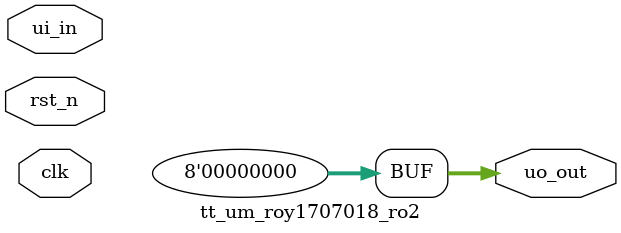
<source format=v>
`default_nettype none

module tt_um_roy1707018_ro2 (

              // Include power ports for the Gate Level test:
`ifdef GL_TEST
      .VPWR(vpwr),
      .VGND(vgnd),
`endif
    input  wire [7:0] ui_in,    // Dedicated inputs (we'll use ui_in[1:0] for mux control)
    output wire [7:0] uo_out,   // Dedicated outputs (8-bit output of time count)
   // input  wire [7:0] uio_in,   // IOs: Input path
   // output wire [7:0] uio_out,  // IOs: Output path
    //output wire [7:0] uio_oe,   // IOs: Enable path (active high: 0=input, 1=output)
    //input  wire       ena,      // Don't use (used for power gating)
    input  wire       clk,      // System clock
    input  wire       rst_n     // Active-low reset
);


     // Signals to activate the ring oscillators and store their outputs
    wire [15:0] ro1_out;   // Output from the first 32 ROs
    wire [15:0] ro2_out;   // Output from the second 32 ROs

    // Instantiate the ro_only module
    ring_osc_buffer u_ro_only (
        .rst_n(rst_n),
        .clk(clk),
        .ro_activate_1(ui_in[0]),  // Use ui_in[0] to activate RO1 set
        .ro_activate_2(ui_in[1]),  // Use ui_in[1] to activate RO2 set
        .ro1_out(ro1_out),
        .ro2_out(ro2_out)
    );

    // Output the selected 8 bits to uo_out
   // assign uo_out = selected_count;
    assign uo_out[7:0] = 8'b0;
    //assign uio_out = 0;
    //assign uio_oe = 0;


  // List all unused inputs to prevent warnings
  //wire _unused = &{ena, uio_in, 1'b0};







endmodule
                                 

</source>
